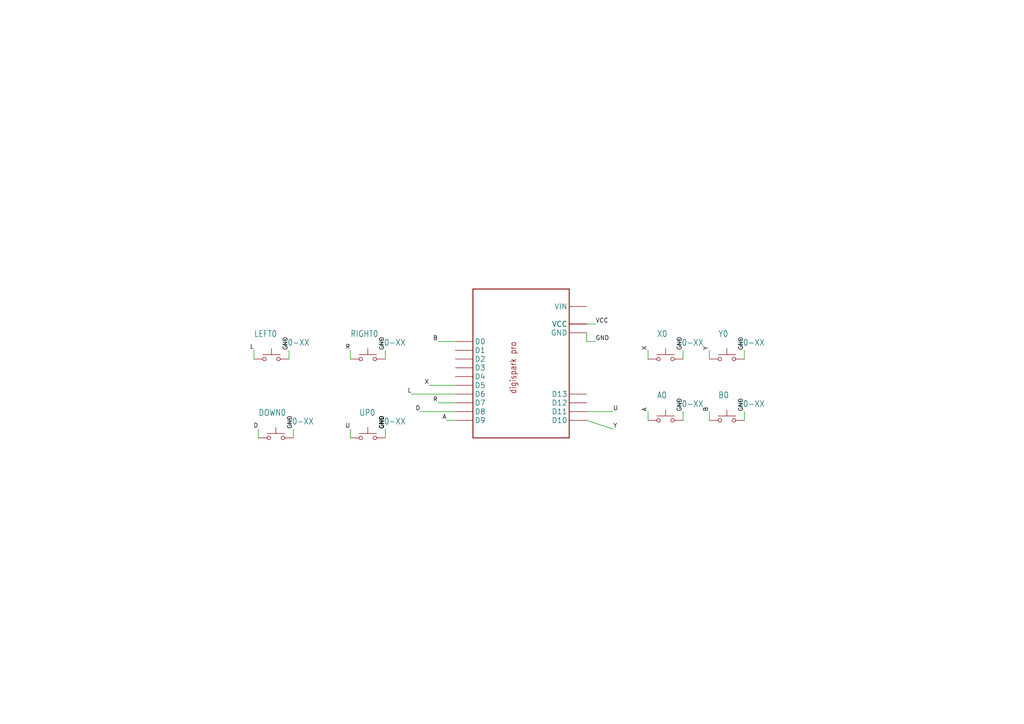
<source format=kicad_sch>
(kicad_sch
	(version 20250114)
	(generator "eeschema")
	(generator_version "9.0")
	(uuid "3401802d-7751-40f8-9a77-062de3f2af07")
	(paper "A4")
	(lib_symbols
		(symbol "DigiJoypad-eagle-import:DIGI-PRO"
			(exclude_from_sim no)
			(in_bom yes)
			(on_board yes)
			(property "Reference" ""
				(at 0 0 0)
				(effects
					(font
						(size 1.27 1.27)
					)
					(hide yes)
				)
			)
			(property "Value" ""
				(at 0 0 0)
				(effects
					(font
						(size 1.27 1.27)
					)
					(hide yes)
				)
			)
			(property "Footprint" "DigiJoypad:DIGI-PRO"
				(at 0 0 0)
				(effects
					(font
						(size 1.27 1.27)
					)
					(hide yes)
				)
			)
			(property "Datasheet" ""
				(at 0 0 0)
				(effects
					(font
						(size 1.27 1.27)
					)
					(hide yes)
				)
			)
			(property "Description" "Digispark Pro Clone"
				(at 0 0 0)
				(effects
					(font
						(size 1.27 1.27)
					)
					(hide yes)
				)
			)
			(property "ki_locked" ""
				(at 0 0 0)
				(effects
					(font
						(size 1.27 1.27)
					)
				)
			)
			(symbol "DIGI-PRO_1_0"
				(polyline
					(pts
						(xy -17.78 22.86) (xy 10.16 22.86)
					)
					(stroke
						(width 0.254)
						(type solid)
					)
					(fill
						(type none)
					)
				)
				(polyline
					(pts
						(xy -17.78 -20.32) (xy -17.78 22.86)
					)
					(stroke
						(width 0.254)
						(type solid)
					)
					(fill
						(type none)
					)
				)
				(polyline
					(pts
						(xy 10.16 22.86) (xy 10.16 -20.32)
					)
					(stroke
						(width 0.254)
						(type solid)
					)
					(fill
						(type none)
					)
				)
				(polyline
					(pts
						(xy 10.16 -20.32) (xy -17.78 -20.32)
					)
					(stroke
						(width 0.254)
						(type solid)
					)
					(fill
						(type none)
					)
				)
				(text "digispark pro"
					(at -5.08 -7.62 900)
					(effects
						(font
							(size 1.778 1.5113)
						)
						(justify left bottom)
					)
				)
				(pin bidirectional line
					(at -22.86 7.62 0)
					(length 5.08)
					(name "D0"
						(effects
							(font
								(size 1.524 1.524)
							)
						)
					)
					(number "D0"
						(effects
							(font
								(size 0 0)
							)
						)
					)
				)
				(pin bidirectional line
					(at -22.86 5.08 0)
					(length 5.08)
					(name "D1"
						(effects
							(font
								(size 1.524 1.524)
							)
						)
					)
					(number "D1"
						(effects
							(font
								(size 0 0)
							)
						)
					)
				)
				(pin bidirectional line
					(at -22.86 2.54 0)
					(length 5.08)
					(name "D2"
						(effects
							(font
								(size 1.524 1.524)
							)
						)
					)
					(number "D2"
						(effects
							(font
								(size 0 0)
							)
						)
					)
				)
				(pin bidirectional line
					(at -22.86 0 0)
					(length 5.08)
					(name "D3"
						(effects
							(font
								(size 1.524 1.524)
							)
						)
					)
					(number "D3"
						(effects
							(font
								(size 0 0)
							)
						)
					)
				)
				(pin bidirectional line
					(at -22.86 -2.54 0)
					(length 5.08)
					(name "D4"
						(effects
							(font
								(size 1.524 1.524)
							)
						)
					)
					(number "D4"
						(effects
							(font
								(size 0 0)
							)
						)
					)
				)
				(pin bidirectional line
					(at -22.86 -5.08 0)
					(length 5.08)
					(name "D5"
						(effects
							(font
								(size 1.524 1.524)
							)
						)
					)
					(number "D5"
						(effects
							(font
								(size 0 0)
							)
						)
					)
				)
				(pin bidirectional line
					(at -22.86 -7.62 0)
					(length 5.08)
					(name "D6"
						(effects
							(font
								(size 1.524 1.524)
							)
						)
					)
					(number "D6"
						(effects
							(font
								(size 0 0)
							)
						)
					)
				)
				(pin bidirectional line
					(at -22.86 -10.16 0)
					(length 5.08)
					(name "D7"
						(effects
							(font
								(size 1.524 1.524)
							)
						)
					)
					(number "D7"
						(effects
							(font
								(size 0 0)
							)
						)
					)
				)
				(pin bidirectional line
					(at -22.86 -12.7 0)
					(length 5.08)
					(name "D8"
						(effects
							(font
								(size 1.524 1.524)
							)
						)
					)
					(number "D8"
						(effects
							(font
								(size 0 0)
							)
						)
					)
				)
				(pin bidirectional line
					(at -22.86 -15.24 0)
					(length 5.08)
					(name "D9"
						(effects
							(font
								(size 1.524 1.524)
							)
						)
					)
					(number "D9"
						(effects
							(font
								(size 0 0)
							)
						)
					)
				)
				(pin bidirectional line
					(at 15.24 17.78 180)
					(length 5.08)
					(name "VIN"
						(effects
							(font
								(size 1.524 1.524)
							)
						)
					)
					(number "VIN"
						(effects
							(font
								(size 0 0)
							)
						)
					)
				)
				(pin bidirectional line
					(at 15.24 12.7 180)
					(length 5.08)
					(name "VCC"
						(effects
							(font
								(size 1.524 1.524)
							)
						)
					)
					(number "VCC"
						(effects
							(font
								(size 0 0)
							)
						)
					)
				)
				(pin bidirectional line
					(at 15.24 12.7 180)
					(length 5.08)
					(name "VCC"
						(effects
							(font
								(size 1.524 1.524)
							)
						)
					)
					(number "VCC1"
						(effects
							(font
								(size 0 0)
							)
						)
					)
				)
				(pin bidirectional line
					(at 15.24 10.16 180)
					(length 5.08)
					(name "GND"
						(effects
							(font
								(size 1.524 1.524)
							)
						)
					)
					(number "GND"
						(effects
							(font
								(size 0 0)
							)
						)
					)
				)
				(pin bidirectional line
					(at 15.24 -7.62 180)
					(length 5.08)
					(name "D13"
						(effects
							(font
								(size 1.524 1.524)
							)
						)
					)
					(number "D13"
						(effects
							(font
								(size 0 0)
							)
						)
					)
				)
				(pin bidirectional line
					(at 15.24 -10.16 180)
					(length 5.08)
					(name "D12"
						(effects
							(font
								(size 1.524 1.524)
							)
						)
					)
					(number "D12"
						(effects
							(font
								(size 0 0)
							)
						)
					)
				)
				(pin bidirectional line
					(at 15.24 -12.7 180)
					(length 5.08)
					(name "D11"
						(effects
							(font
								(size 1.524 1.524)
							)
						)
					)
					(number "D11"
						(effects
							(font
								(size 0 0)
							)
						)
					)
				)
				(pin bidirectional line
					(at 15.24 -15.24 180)
					(length 5.08)
					(name "D10"
						(effects
							(font
								(size 1.524 1.524)
							)
						)
					)
					(number "D10"
						(effects
							(font
								(size 0 0)
							)
						)
					)
				)
			)
			(embedded_fonts no)
		)
		(symbol "Switch:SW_Push"
			(pin_numbers
				(hide yes)
			)
			(pin_names
				(offset 1.016)
				(hide yes)
			)
			(exclude_from_sim no)
			(in_bom yes)
			(on_board yes)
			(property "Reference" "SW"
				(at 1.27 2.54 0)
				(effects
					(font
						(size 1.27 1.27)
					)
					(justify left)
				)
			)
			(property "Value" "SW_Push"
				(at 0 -1.524 0)
				(effects
					(font
						(size 1.27 1.27)
					)
				)
			)
			(property "Footprint" ""
				(at 0 5.08 0)
				(effects
					(font
						(size 1.27 1.27)
					)
					(hide yes)
				)
			)
			(property "Datasheet" "~"
				(at 0 5.08 0)
				(effects
					(font
						(size 1.27 1.27)
					)
					(hide yes)
				)
			)
			(property "Description" "Push button switch, generic, two pins"
				(at 0 0 0)
				(effects
					(font
						(size 1.27 1.27)
					)
					(hide yes)
				)
			)
			(property "ki_keywords" "switch normally-open pushbutton push-button"
				(at 0 0 0)
				(effects
					(font
						(size 1.27 1.27)
					)
					(hide yes)
				)
			)
			(symbol "SW_Push_0_1"
				(circle
					(center -2.032 0)
					(radius 0.508)
					(stroke
						(width 0)
						(type default)
					)
					(fill
						(type none)
					)
				)
				(polyline
					(pts
						(xy 0 1.27) (xy 0 3.048)
					)
					(stroke
						(width 0)
						(type default)
					)
					(fill
						(type none)
					)
				)
				(circle
					(center 2.032 0)
					(radius 0.508)
					(stroke
						(width 0)
						(type default)
					)
					(fill
						(type none)
					)
				)
				(polyline
					(pts
						(xy 2.54 1.27) (xy -2.54 1.27)
					)
					(stroke
						(width 0)
						(type default)
					)
					(fill
						(type none)
					)
				)
				(pin passive line
					(at -5.08 0 0)
					(length 2.54)
					(name "1"
						(effects
							(font
								(size 1.27 1.27)
							)
						)
					)
					(number "1"
						(effects
							(font
								(size 1.27 1.27)
							)
						)
					)
				)
				(pin passive line
					(at 5.08 0 180)
					(length 2.54)
					(name "2"
						(effects
							(font
								(size 1.27 1.27)
							)
						)
					)
					(number "2"
						(effects
							(font
								(size 1.27 1.27)
							)
						)
					)
				)
			)
			(embedded_fonts no)
		)
	)
	(wire
		(pts
			(xy 132.08 119.38) (xy 121.92 119.38)
		)
		(stroke
			(width 0.1524)
			(type solid)
		)
		(uuid "01d0d818-2fd8-4493-9fb8-88b47918d494")
	)
	(wire
		(pts
			(xy 170.18 121.92) (xy 177.8 124.46)
		)
		(stroke
			(width 0.1524)
			(type solid)
		)
		(uuid "15654797-089e-4a0c-a5c1-7a1078830452")
	)
	(wire
		(pts
			(xy 170.18 96.52) (xy 170.18 99.06)
		)
		(stroke
			(width 0.1524)
			(type solid)
		)
		(uuid "1c94b008-aeb4-4764-ba1d-e5f423566e0e")
	)
	(wire
		(pts
			(xy 73.66 104.14) (xy 73.66 101.6)
		)
		(stroke
			(width 0.1524)
			(type solid)
		)
		(uuid "1f71bb66-92e7-4b2d-90d9-2c14ba669c95")
	)
	(wire
		(pts
			(xy 132.08 99.06) (xy 127 99.06)
		)
		(stroke
			(width 0.1524)
			(type solid)
		)
		(uuid "295086e4-9702-448d-9a23-e3d293d1f003")
	)
	(wire
		(pts
			(xy 101.6 104.14) (xy 101.6 101.6)
		)
		(stroke
			(width 0.1524)
			(type solid)
		)
		(uuid "3dce1f5c-da79-4c03-9187-91a1834a3f9f")
	)
	(wire
		(pts
			(xy 205.74 121.92) (xy 205.74 119.38)
		)
		(stroke
			(width 0.1524)
			(type solid)
		)
		(uuid "43cdbc6d-5353-4da5-9e95-eada8e57ff66")
	)
	(wire
		(pts
			(xy 132.08 111.76) (xy 124.46 111.76)
		)
		(stroke
			(width 0.1524)
			(type solid)
		)
		(uuid "6af2c479-f684-479d-b154-b7d36f376d8b")
	)
	(wire
		(pts
			(xy 132.08 116.84) (xy 127 116.84)
		)
		(stroke
			(width 0.1524)
			(type solid)
		)
		(uuid "71ff84c0-d0c6-4b81-9c86-5efb72148a37")
	)
	(wire
		(pts
			(xy 170.18 99.06) (xy 172.72 99.06)
		)
		(stroke
			(width 0.1524)
			(type solid)
		)
		(uuid "721eeb44-c43b-47e3-a193-807604eb3798")
	)
	(wire
		(pts
			(xy 170.18 93.98) (xy 172.72 93.98)
		)
		(stroke
			(width 0.1524)
			(type solid)
		)
		(uuid "75817268-574d-4859-a94c-338288db2f22")
	)
	(wire
		(pts
			(xy 170.18 119.38) (xy 177.8 119.38)
		)
		(stroke
			(width 0.1524)
			(type solid)
		)
		(uuid "7727b5df-9a75-424b-bdd1-5c967e3f0cb3")
	)
	(wire
		(pts
			(xy 187.96 104.14) (xy 187.96 101.6)
		)
		(stroke
			(width 0.1524)
			(type solid)
		)
		(uuid "7b9b7a04-8532-4c72-aa9d-8b2c4238fca9")
	)
	(wire
		(pts
			(xy 205.74 104.14) (xy 205.74 101.6)
		)
		(stroke
			(width 0.1524)
			(type solid)
		)
		(uuid "8180c8df-ce53-4d5a-84d8-b5edf4b2ab62")
	)
	(wire
		(pts
			(xy 83.82 104.14) (xy 83.82 101.6)
		)
		(stroke
			(width 0.1524)
			(type solid)
		)
		(uuid "89adb236-0932-42bb-aded-23393f6db905")
	)
	(wire
		(pts
			(xy 111.76 104.14) (xy 111.76 101.6)
		)
		(stroke
			(width 0.1524)
			(type solid)
		)
		(uuid "8b3dab51-9078-4e91-8abc-fbb824b0d09c")
	)
	(wire
		(pts
			(xy 132.08 121.92) (xy 129.54 121.92)
		)
		(stroke
			(width 0.1524)
			(type solid)
		)
		(uuid "9a491fa7-6e47-4c75-89fc-08e62a5b3f85")
	)
	(wire
		(pts
			(xy 101.6 127) (xy 101.6 124.46)
		)
		(stroke
			(width 0.1524)
			(type solid)
		)
		(uuid "9c98a540-110f-4768-9662-20220d444261")
	)
	(wire
		(pts
			(xy 187.96 121.92) (xy 187.96 119.38)
		)
		(stroke
			(width 0.1524)
			(type solid)
		)
		(uuid "9caf4f71-b1ba-491d-b369-bdb6b1b8fc06")
	)
	(wire
		(pts
			(xy 198.12 104.14) (xy 198.12 101.6)
		)
		(stroke
			(width 0.1524)
			(type solid)
		)
		(uuid "a3a558ae-3696-4f75-b406-4ad23b630b5a")
	)
	(wire
		(pts
			(xy 74.93 127) (xy 74.93 124.46)
		)
		(stroke
			(width 0.1524)
			(type solid)
		)
		(uuid "b819f04e-5ce7-4778-b7d1-f1adfe20819f")
	)
	(wire
		(pts
			(xy 198.12 121.92) (xy 198.12 119.38)
		)
		(stroke
			(width 0.1524)
			(type solid)
		)
		(uuid "c137c4e3-9904-4ea6-8348-d67f9112b821")
	)
	(wire
		(pts
			(xy 215.9 121.92) (xy 215.9 119.38)
		)
		(stroke
			(width 0.1524)
			(type solid)
		)
		(uuid "cc67b922-dc05-413b-a597-bed451467a7d")
	)
	(wire
		(pts
			(xy 85.09 127) (xy 85.09 124.46)
		)
		(stroke
			(width 0.1524)
			(type solid)
		)
		(uuid "d1803a8c-338a-4be3-89c3-65f72a99cd5d")
	)
	(wire
		(pts
			(xy 215.9 104.14) (xy 215.9 101.6)
		)
		(stroke
			(width 0.1524)
			(type solid)
		)
		(uuid "ead821e8-715a-45ac-a658-9cf6fe088aff")
	)
	(wire
		(pts
			(xy 111.76 127) (xy 111.76 124.46)
		)
		(stroke
			(width 0.1524)
			(type solid)
		)
		(uuid "ed35cbf5-fe67-4625-aca1-419382b797f3")
	)
	(wire
		(pts
			(xy 132.08 114.3) (xy 119.38 114.3)
		)
		(stroke
			(width 0.1524)
			(type solid)
		)
		(uuid "ffefcb0b-c4fe-4f08-9c0e-0a8fc426ce5d")
	)
	(label "X"
		(at 124.46 111.76 180)
		(effects
			(font
				(size 1.2446 1.2446)
			)
			(justify right bottom)
		)
		(uuid "00628b56-9c46-4322-9854-030769ff9254")
	)
	(label "D"
		(at 74.93 124.46 180)
		(effects
			(font
				(size 1.2446 1.2446)
			)
			(justify right bottom)
		)
		(uuid "01bbd833-1e5b-48c8-926b-38ea0e986d9c")
	)
	(label "Y"
		(at 177.8 124.46 0)
		(effects
			(font
				(size 1.2446 1.2446)
			)
			(justify left bottom)
		)
		(uuid "19c0ebc1-b370-47e9-9e98-7dff4cb21fac")
	)
	(label "GND"
		(at 111.76 124.46 90)
		(effects
			(font
				(size 1.2446 1.2446)
			)
			(justify left bottom)
		)
		(uuid "27f4c17d-c8f2-4e6f-802b-da046ea58aa1")
	)
	(label "Y"
		(at 205.74 101.6 90)
		(effects
			(font
				(size 1.2446 1.2446)
			)
			(justify left bottom)
		)
		(uuid "2a2fec54-570a-4472-9ba2-ee0aa140d97f")
	)
	(label "X"
		(at 187.96 101.6 90)
		(effects
			(font
				(size 1.2446 1.2446)
			)
			(justify left bottom)
		)
		(uuid "2db988b5-b3ac-4715-b6b3-0bc5a1c12df6")
	)
	(label "GND"
		(at 111.76 124.46 90)
		(effects
			(font
				(size 1.2446 1.2446)
			)
			(justify left bottom)
		)
		(uuid "325d086d-efb4-4f17-b070-e24300b22170")
	)
	(label "R"
		(at 127 116.84 180)
		(effects
			(font
				(size 1.2446 1.2446)
			)
			(justify right bottom)
		)
		(uuid "363d46bb-69c5-45d6-8c82-4e021aedfdf8")
	)
	(label "L"
		(at 119.38 114.3 180)
		(effects
			(font
				(size 1.2446 1.2446)
			)
			(justify right bottom)
		)
		(uuid "3970698f-9560-4e23-a21d-b012ab7b36b2")
	)
	(label "U"
		(at 101.6 124.46 180)
		(effects
			(font
				(size 1.2446 1.2446)
			)
			(justify right bottom)
		)
		(uuid "45b862f6-385c-4f92-a7fd-847cdf0960d6")
	)
	(label "VCC"
		(at 172.72 93.98 0)
		(effects
			(font
				(size 1.2446 1.2446)
			)
			(justify left bottom)
		)
		(uuid "46d5ebdf-eb5b-4004-8d5f-753fb6ab49d1")
	)
	(label "GND"
		(at 111.76 124.46 90)
		(effects
			(font
				(size 1.2446 1.2446)
			)
			(justify left bottom)
		)
		(uuid "47922527-0099-4794-8c4b-2d546b85ce38")
	)
	(label "R"
		(at 101.6 101.6 180)
		(effects
			(font
				(size 1.2446 1.2446)
			)
			(justify right bottom)
		)
		(uuid "5dbb908d-5859-4af5-95a7-4634916a3314")
	)
	(label "GND"
		(at 111.76 124.46 90)
		(effects
			(font
				(size 1.2446 1.2446)
			)
			(justify left bottom)
		)
		(uuid "7fdce1c9-aecc-4dc1-b556-756f74d9f69b")
	)
	(label "GND"
		(at 215.9 119.38 90)
		(effects
			(font
				(size 1.2446 1.2446)
			)
			(justify left bottom)
		)
		(uuid "85506c79-28ff-4f4a-9fec-46ada1aba14e")
	)
	(label "D"
		(at 121.92 119.38 180)
		(effects
			(font
				(size 1.2446 1.2446)
			)
			(justify right bottom)
		)
		(uuid "882d4f0d-1561-41a3-a147-9705a86fbd5c")
	)
	(label "U"
		(at 177.8 119.38 0)
		(effects
			(font
				(size 1.2446 1.2446)
			)
			(justify left bottom)
		)
		(uuid "8c6a70a0-76d7-4871-aab5-582a7c43e369")
	)
	(label "B"
		(at 205.74 119.38 90)
		(effects
			(font
				(size 1.2446 1.2446)
			)
			(justify left bottom)
		)
		(uuid "8fc96690-a02e-441d-9b35-c88d3f998b1c")
	)
	(label "A"
		(at 187.96 119.38 90)
		(effects
			(font
				(size 1.2446 1.2446)
			)
			(justify left bottom)
		)
		(uuid "b123e701-c27d-451a-b237-f9de59755fb2")
	)
	(label "GND"
		(at 198.12 101.6 90)
		(effects
			(font
				(size 1.2446 1.2446)
			)
			(justify left bottom)
		)
		(uuid "b273ce39-cc3c-4374-83aa-cd0aee0ce02d")
	)
	(label "L"
		(at 73.66 101.6 180)
		(effects
			(font
				(size 1.2446 1.2446)
			)
			(justify right bottom)
		)
		(uuid "b81f7949-a757-432c-933a-d9d97c4f54b7")
	)
	(label "GND"
		(at 111.76 101.6 90)
		(effects
			(font
				(size 1.2446 1.2446)
			)
			(justify left bottom)
		)
		(uuid "c08ffc6c-0a8b-4ed5-b49d-79216a999cf8")
	)
	(label "A"
		(at 129.54 121.92 180)
		(effects
			(font
				(size 1.2446 1.2446)
			)
			(justify right bottom)
		)
		(uuid "c0a4c8a2-7719-43f3-859d-4e4bc6ce9632")
	)
	(label "GND"
		(at 172.72 99.06 0)
		(effects
			(font
				(size 1.2446 1.2446)
			)
			(justify left bottom)
		)
		(uuid "c964c906-6ea2-4426-b99f-0ea8ba1b065e")
	)
	(label "GND"
		(at 198.12 119.38 90)
		(effects
			(font
				(size 1.2446 1.2446)
			)
			(justify left bottom)
		)
		(uuid "cdf4e8d2-7389-49ed-bc64-82ec0a10b35e")
	)
	(label "GND"
		(at 83.82 101.6 90)
		(effects
			(font
				(size 1.2446 1.2446)
			)
			(justify left bottom)
		)
		(uuid "dcbd2dde-213e-47bf-bf32-526d33dc014b")
	)
	(label "B"
		(at 127 99.06 180)
		(effects
			(font
				(size 1.2446 1.2446)
			)
			(justify right bottom)
		)
		(uuid "dfb30495-a158-40e7-b978-812c404df8cf")
	)
	(label "GND"
		(at 85.09 124.46 90)
		(effects
			(font
				(size 1.2446 1.2446)
			)
			(justify left bottom)
		)
		(uuid "e004052f-08b3-446e-a7ca-2cd7ba9a3c5f")
	)
	(label "GND"
		(at 215.9 101.6 90)
		(effects
			(font
				(size 1.2446 1.2446)
			)
			(justify left bottom)
		)
		(uuid "f906d487-c097-4d22-aae8-7ed31bde3149")
	)
	(symbol
		(lib_id "Switch:SW_Push")
		(at 193.04 104.14 0)
		(unit 1)
		(exclude_from_sim no)
		(in_bom yes)
		(on_board yes)
		(dnp no)
		(uuid "5380bd3a-c5b0-40de-bfbd-fd53134551f0")
		(property "Reference" "X0"
			(at 190.5 97.79 0)
			(effects
				(font
					(size 1.778 1.5113)
				)
				(justify left bottom)
			)
		)
		(property "Value" "10-XX"
			(at 196.215 100.33 0)
			(effects
				(font
					(size 1.778 1.5113)
				)
				(justify left bottom)
			)
		)
		(property "Footprint" "DigiJoypad:B3F-10XX"
			(at 193.04 99.06 0)
			(effects
				(font
					(size 1.27 1.27)
				)
				(hide yes)
			)
		)
		(property "Datasheet" "~"
			(at 193.04 99.06 0)
			(effects
				(font
					(size 1.27 1.27)
				)
				(hide yes)
			)
		)
		(property "Description" "Push button switch, generic, two pins"
			(at 193.04 104.14 0)
			(effects
				(font
					(size 1.27 1.27)
				)
				(hide yes)
			)
		)
		(pin "2"
			(uuid "3467561d-e48b-42fa-bfc3-695cbc3551a9")
		)
		(pin "1"
			(uuid "dd6e1b72-384e-40cf-b3c1-00e6a5c10b7e")
		)
		(instances
			(project ""
				(path "/3401802d-7751-40f8-9a77-062de3f2af07"
					(reference "X0")
					(unit 1)
				)
			)
		)
	)
	(symbol
		(lib_id "Switch:SW_Push")
		(at 193.04 121.92 0)
		(unit 1)
		(exclude_from_sim no)
		(in_bom yes)
		(on_board yes)
		(dnp no)
		(uuid "581f6d20-7871-4744-b895-8261f0ee4f77")
		(property "Reference" "A0"
			(at 190.5 115.57 0)
			(effects
				(font
					(size 1.778 1.5113)
				)
				(justify left bottom)
			)
		)
		(property "Value" "10-XX"
			(at 196.215 118.11 0)
			(effects
				(font
					(size 1.778 1.5113)
				)
				(justify left bottom)
			)
		)
		(property "Footprint" "DigiJoypad:B3F-10XX"
			(at 193.04 116.84 0)
			(effects
				(font
					(size 1.27 1.27)
				)
				(hide yes)
			)
		)
		(property "Datasheet" "~"
			(at 193.04 116.84 0)
			(effects
				(font
					(size 1.27 1.27)
				)
				(hide yes)
			)
		)
		(property "Description" "Push button switch, generic, two pins"
			(at 193.04 121.92 0)
			(effects
				(font
					(size 1.27 1.27)
				)
				(hide yes)
			)
		)
		(pin "1"
			(uuid "afc92805-7f17-48d7-a5ea-6508869f4029")
		)
		(pin "2"
			(uuid "cb076fa6-1890-47b8-b6d2-92b0f5a0e0f3")
		)
		(instances
			(project ""
				(path "/3401802d-7751-40f8-9a77-062de3f2af07"
					(reference "A0")
					(unit 1)
				)
			)
		)
	)
	(symbol
		(lib_id "Switch:SW_Push")
		(at 106.68 104.14 0)
		(unit 1)
		(exclude_from_sim no)
		(in_bom yes)
		(on_board yes)
		(dnp no)
		(uuid "6b39452a-214a-472b-8926-826de47f2f77")
		(property "Reference" "RIGHT0"
			(at 101.6 97.79 0)
			(effects
				(font
					(size 1.778 1.5113)
				)
				(justify left bottom)
			)
		)
		(property "Value" "10-XX"
			(at 109.855 100.33 0)
			(effects
				(font
					(size 1.778 1.5113)
				)
				(justify left bottom)
			)
		)
		(property "Footprint" "DigiJoypad:B3F-10XX"
			(at 106.68 99.06 0)
			(effects
				(font
					(size 1.27 1.27)
				)
				(hide yes)
			)
		)
		(property "Datasheet" "~"
			(at 106.68 99.06 0)
			(effects
				(font
					(size 1.27 1.27)
				)
				(hide yes)
			)
		)
		(property "Description" "Push button switch, generic, two pins"
			(at 106.68 104.14 0)
			(effects
				(font
					(size 1.27 1.27)
				)
				(hide yes)
			)
		)
		(pin "2"
			(uuid "1bd8ed38-1469-4fe9-9be5-6b82f9de5dde")
		)
		(pin "1"
			(uuid "34e0e624-d161-4e2e-a24b-5bcba4ecf2d7")
		)
		(instances
			(project ""
				(path "/3401802d-7751-40f8-9a77-062de3f2af07"
					(reference "RIGHT0")
					(unit 1)
				)
			)
		)
	)
	(symbol
		(lib_id "Switch:SW_Push")
		(at 80.01 127 0)
		(unit 1)
		(exclude_from_sim no)
		(in_bom yes)
		(on_board yes)
		(dnp no)
		(uuid "858392fe-ce9d-4360-83e4-f1c54e0d2832")
		(property "Reference" "DOWN0"
			(at 74.93 120.65 0)
			(effects
				(font
					(size 1.778 1.5113)
				)
				(justify left bottom)
			)
		)
		(property "Value" "10-XX"
			(at 83.185 123.19 0)
			(effects
				(font
					(size 1.778 1.5113)
				)
				(justify left bottom)
			)
		)
		(property "Footprint" "DigiJoypad:B3F-10XX"
			(at 80.01 121.92 0)
			(effects
				(font
					(size 1.27 1.27)
				)
				(hide yes)
			)
		)
		(property "Datasheet" "~"
			(at 80.01 121.92 0)
			(effects
				(font
					(size 1.27 1.27)
				)
				(hide yes)
			)
		)
		(property "Description" "Push button switch, generic, two pins"
			(at 80.01 127 0)
			(effects
				(font
					(size 1.27 1.27)
				)
				(hide yes)
			)
		)
		(pin "1"
			(uuid "036701f1-c182-41b5-9fdd-e3fbc3d37009")
		)
		(pin "2"
			(uuid "10cbe905-1f64-44f4-998e-fee98167e3ff")
		)
		(instances
			(project ""
				(path "/3401802d-7751-40f8-9a77-062de3f2af07"
					(reference "DOWN0")
					(unit 1)
				)
			)
		)
	)
	(symbol
		(lib_id "Switch:SW_Push")
		(at 210.82 104.14 0)
		(unit 1)
		(exclude_from_sim no)
		(in_bom yes)
		(on_board yes)
		(dnp no)
		(uuid "bce24285-e9d3-4b4d-adb1-9116cfc08af2")
		(property "Reference" "Y0"
			(at 208.28 97.79 0)
			(effects
				(font
					(size 1.778 1.5113)
				)
				(justify left bottom)
			)
		)
		(property "Value" "10-XX"
			(at 213.995 100.33 0)
			(effects
				(font
					(size 1.778 1.5113)
				)
				(justify left bottom)
			)
		)
		(property "Footprint" "DigiJoypad:B3F-10XX"
			(at 210.82 99.06 0)
			(effects
				(font
					(size 1.27 1.27)
				)
				(hide yes)
			)
		)
		(property "Datasheet" "~"
			(at 210.82 99.06 0)
			(effects
				(font
					(size 1.27 1.27)
				)
				(hide yes)
			)
		)
		(property "Description" "Push button switch, generic, two pins"
			(at 210.82 104.14 0)
			(effects
				(font
					(size 1.27 1.27)
				)
				(hide yes)
			)
		)
		(pin "2"
			(uuid "77cc6496-ad95-4fa2-97be-43e0fb678fc1")
		)
		(pin "1"
			(uuid "0db19e77-e508-4ac6-bb9c-59bf46765b70")
		)
		(instances
			(project ""
				(path "/3401802d-7751-40f8-9a77-062de3f2af07"
					(reference "Y0")
					(unit 1)
				)
			)
		)
	)
	(symbol
		(lib_id "Switch:SW_Push")
		(at 210.82 121.92 0)
		(unit 1)
		(exclude_from_sim no)
		(in_bom yes)
		(on_board yes)
		(dnp no)
		(uuid "d5319bb6-f797-48a9-bd87-d60e3734cf5f")
		(property "Reference" "B0"
			(at 208.28 115.57 0)
			(effects
				(font
					(size 1.778 1.5113)
				)
				(justify left bottom)
			)
		)
		(property "Value" "10-XX"
			(at 213.995 118.11 0)
			(effects
				(font
					(size 1.778 1.5113)
				)
				(justify left bottom)
			)
		)
		(property "Footprint" "DigiJoypad:B3F-10XX"
			(at 210.82 116.84 0)
			(effects
				(font
					(size 1.27 1.27)
				)
				(hide yes)
			)
		)
		(property "Datasheet" "~"
			(at 210.82 116.84 0)
			(effects
				(font
					(size 1.27 1.27)
				)
				(hide yes)
			)
		)
		(property "Description" "Push button switch, generic, two pins"
			(at 210.82 121.92 0)
			(effects
				(font
					(size 1.27 1.27)
				)
				(hide yes)
			)
		)
		(pin "1"
			(uuid "d4af51ec-a1b0-4857-9c52-1f42af32f8ba")
		)
		(pin "2"
			(uuid "923c7acc-9a92-472e-b86d-0bd825aa5c91")
		)
		(instances
			(project ""
				(path "/3401802d-7751-40f8-9a77-062de3f2af07"
					(reference "B0")
					(unit 1)
				)
			)
		)
	)
	(symbol
		(lib_id "DigiJoypad-eagle-import:DIGI-PRO")
		(at 154.94 106.68 0)
		(unit 1)
		(exclude_from_sim no)
		(in_bom yes)
		(on_board yes)
		(dnp no)
		(uuid "f0fb7b3c-f65f-4deb-8517-1c374fb658a7")
		(property "Reference" "U$1"
			(at 154.94 106.68 0)
			(effects
				(font
					(size 1.27 1.27)
				)
				(hide yes)
			)
		)
		(property "Value" "DIGI-PRO"
			(at 154.94 106.68 0)
			(effects
				(font
					(size 1.27 1.27)
				)
				(hide yes)
			)
		)
		(property "Footprint" "DigiJoypad:DIGI-PRO"
			(at 154.94 106.68 0)
			(effects
				(font
					(size 1.27 1.27)
				)
				(hide yes)
			)
		)
		(property "Datasheet" ""
			(at 154.94 106.68 0)
			(effects
				(font
					(size 1.27 1.27)
				)
				(hide yes)
			)
		)
		(property "Description" ""
			(at 154.94 106.68 0)
			(effects
				(font
					(size 1.27 1.27)
				)
				(hide yes)
			)
		)
		(pin "D3"
			(uuid "c33ad579-98eb-4ab6-b775-7a6c1c6b65da")
		)
		(pin "D0"
			(uuid "7749921e-e104-4edf-9868-652b3f6d78cf")
		)
		(pin "D2"
			(uuid "3f04c7d0-2e6a-4f83-af62-7b9eade9c6be")
		)
		(pin "D1"
			(uuid "bc88dfc6-a503-4ea4-83cd-a87f25927028")
		)
		(pin "D9"
			(uuid "30daf9cd-7042-44c1-962e-750532daed83")
		)
		(pin "VIN"
			(uuid "61970e52-583f-4445-b952-5b7fffd83e10")
		)
		(pin "VCC1"
			(uuid "3a47a155-1b7a-4344-8fe7-5a30621609fb")
		)
		(pin "GND"
			(uuid "2be581c5-d68c-411f-af8d-6f9e09611114")
		)
		(pin "D4"
			(uuid "7afc5f5b-cb04-4e5f-b6af-bdea36144c4e")
		)
		(pin "D8"
			(uuid "14c48365-49fa-4411-afeb-4ddfab7df903")
		)
		(pin "D6"
			(uuid "cf086004-9dfd-4415-a87f-57dfe29fea5b")
		)
		(pin "D7"
			(uuid "4c931545-cdd0-4cd0-af43-08113bf2025d")
		)
		(pin "D13"
			(uuid "fac7f4ce-b44b-479d-9c72-827e0812e9b7")
		)
		(pin "D12"
			(uuid "65546b19-4b52-411f-9b74-822120503a6b")
		)
		(pin "D11"
			(uuid "fa1dba40-2329-4008-b1bb-d293ea0135ad")
		)
		(pin "D5"
			(uuid "6fba959f-2086-48de-9dd9-4e617c597271")
		)
		(pin "D10"
			(uuid "b1eb0987-03e3-45cb-989b-152cce7d4d12")
		)
		(pin "VCC"
			(uuid "1ce89f7e-dfc6-484a-b8b7-7a5145453d33")
		)
		(instances
			(project ""
				(path "/3401802d-7751-40f8-9a77-062de3f2af07"
					(reference "U$1")
					(unit 1)
				)
			)
		)
	)
	(symbol
		(lib_id "Switch:SW_Push")
		(at 78.74 104.14 0)
		(unit 1)
		(exclude_from_sim no)
		(in_bom yes)
		(on_board yes)
		(dnp no)
		(uuid "f9c5505c-62b0-427b-9561-23589fb8a64a")
		(property "Reference" "LEFT0"
			(at 73.66 97.79 0)
			(effects
				(font
					(size 1.778 1.5113)
				)
				(justify left bottom)
			)
		)
		(property "Value" "10-XX"
			(at 81.915 100.33 0)
			(effects
				(font
					(size 1.778 1.5113)
				)
				(justify left bottom)
			)
		)
		(property "Footprint" "DigiJoypad:B3F-10XX"
			(at 78.74 99.06 0)
			(effects
				(font
					(size 1.27 1.27)
				)
				(hide yes)
			)
		)
		(property "Datasheet" "~"
			(at 78.74 99.06 0)
			(effects
				(font
					(size 1.27 1.27)
				)
				(hide yes)
			)
		)
		(property "Description" "Push button switch, generic, two pins"
			(at 78.74 104.14 0)
			(effects
				(font
					(size 1.27 1.27)
				)
				(hide yes)
			)
		)
		(pin "2"
			(uuid "05e7f510-14d4-46c8-af8c-d4a447e193fd")
		)
		(pin "1"
			(uuid "420636d9-c0de-40d0-97e1-d36fdde82227")
		)
		(instances
			(project ""
				(path "/3401802d-7751-40f8-9a77-062de3f2af07"
					(reference "LEFT0")
					(unit 1)
				)
			)
		)
	)
	(symbol
		(lib_id "Switch:SW_Push")
		(at 106.68 127 0)
		(unit 1)
		(exclude_from_sim no)
		(in_bom yes)
		(on_board yes)
		(dnp no)
		(uuid "fad84471-4eac-45ae-9a53-8ac7633fba58")
		(property "Reference" "UP0"
			(at 104.14 120.65 0)
			(effects
				(font
					(size 1.778 1.5113)
				)
				(justify left bottom)
			)
		)
		(property "Value" "10-XX"
			(at 109.855 123.19 0)
			(effects
				(font
					(size 1.778 1.5113)
				)
				(justify left bottom)
			)
		)
		(property "Footprint" "DigiJoypad:B3F-10XX"
			(at 106.68 121.92 0)
			(effects
				(font
					(size 1.27 1.27)
				)
				(hide yes)
			)
		)
		(property "Datasheet" "~"
			(at 106.68 121.92 0)
			(effects
				(font
					(size 1.27 1.27)
				)
				(hide yes)
			)
		)
		(property "Description" "Push button switch, generic, two pins"
			(at 106.68 127 0)
			(effects
				(font
					(size 1.27 1.27)
				)
				(hide yes)
			)
		)
		(pin "1"
			(uuid "51ec74d4-e35b-48bf-92a9-cd0a611aa660")
		)
		(pin "2"
			(uuid "777e5cc7-8b91-458b-a85e-c40325d128e9")
		)
		(instances
			(project ""
				(path "/3401802d-7751-40f8-9a77-062de3f2af07"
					(reference "UP0")
					(unit 1)
				)
			)
		)
	)
	(sheet_instances
		(path "/"
			(page "1")
		)
	)
	(embedded_fonts no)
)

</source>
